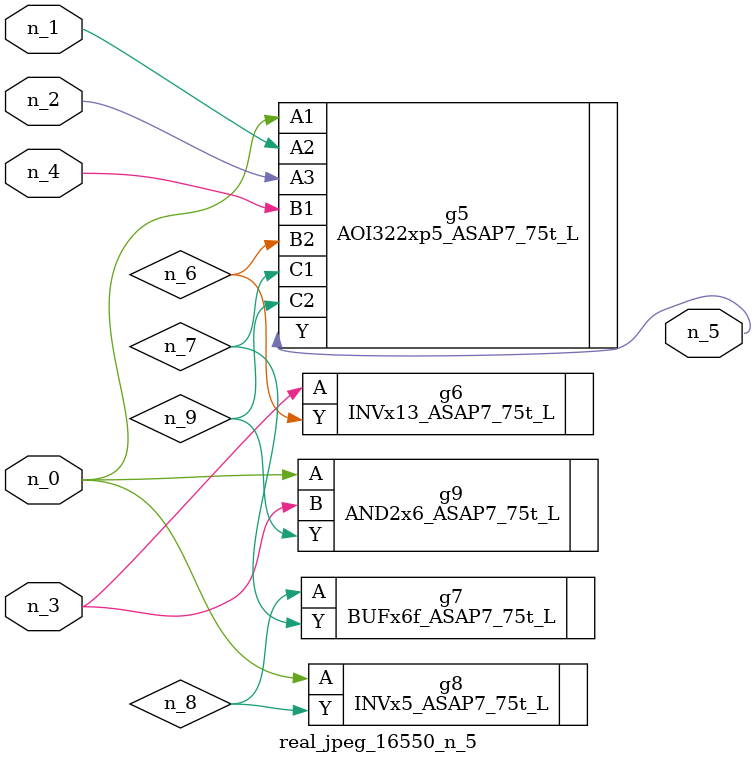
<source format=v>
module real_jpeg_16550_n_5 (n_4, n_0, n_1, n_2, n_3, n_5);

input n_4;
input n_0;
input n_1;
input n_2;
input n_3;

output n_5;

wire n_8;
wire n_6;
wire n_7;
wire n_9;

AOI322xp5_ASAP7_75t_L g5 ( 
.A1(n_0),
.A2(n_1),
.A3(n_2),
.B1(n_4),
.B2(n_6),
.C1(n_7),
.C2(n_9),
.Y(n_5)
);

INVx5_ASAP7_75t_L g8 ( 
.A(n_0),
.Y(n_8)
);

AND2x6_ASAP7_75t_L g9 ( 
.A(n_0),
.B(n_3),
.Y(n_9)
);

INVx13_ASAP7_75t_L g6 ( 
.A(n_3),
.Y(n_6)
);

BUFx6f_ASAP7_75t_L g7 ( 
.A(n_8),
.Y(n_7)
);


endmodule
</source>
